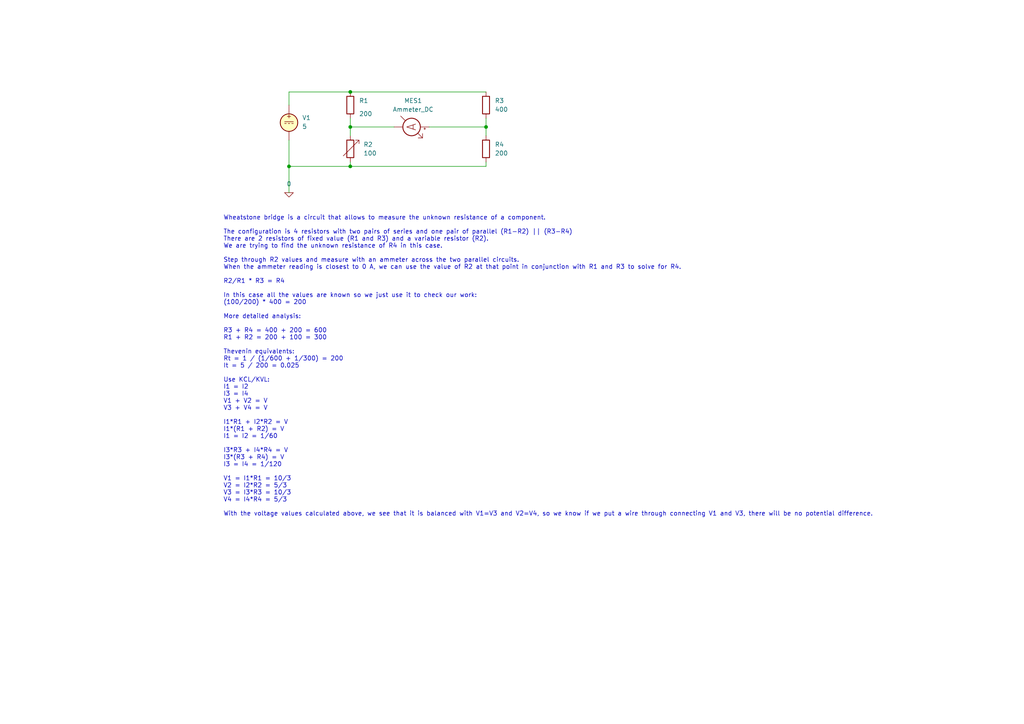
<source format=kicad_sch>
(kicad_sch (version 20230121) (generator eeschema)
  (paper "A4")
  (lib_symbols
    (symbol "Device:Ammeter_DC" (pin_numbers hide) (pin_names (offset 0.0254) hide)
      (property "Reference" "MES" (at -3.302 1.016 0))
      (property "Value" "Ammeter_DC" (at -3.302 -0.762 0))
      (symbol "Ammeter_DC_0_0"
        (polyline (pts (xy -3.175 -3.175) (xy -1.905 -1.905)))
        (polyline (pts (xy 1.905 1.905) (xy 3.175 3.175)))
        (polyline (pts (xy 1.905 3.175) (xy 3.175 3.175) (xy 3.175 1.905)))
        (text "A" (at 0 0 0) (effects (font (size 2.54 2.54))))
      )
      (symbol "Ammeter_DC_0_1"
        (polyline (pts (xy 0.254 3.81) (xy 0.762 3.81)))
        (polyline (pts (xy 0.508 4.064) (xy 0.508 3.556)))
        (circle (center 0 0) (radius 2.54) (stroke (width 0.254)))
      )
      (symbol "Ammeter_DC_1_1"
        (pin passive line (at 0 -5.08 90) (length 2.54) (name "-") (number "1"))
        (pin passive line (at 0 5.08 270) (length 2.54) (name "+") (number "2"))
      )
    )
    (symbol "Device:R" (pin_numbers hide) (pin_names (offset 0))
      (property "Reference" "R" (at 2.032 0 90))
      (property "Value" "R" (at 0 0 90))
      (symbol "R_0_1"
        (rectangle (start -1.016 -2.54) (end 1.016 2.54) (stroke (width 0.254)))
      )
      (symbol "R_1_1"
        (pin passive line (at 0 3.81 270) (length 1.27) (name "~") (number "1"))
        (pin passive line (at 0 -3.81 90) (length 1.27) (name "~") (number "2"))
      )
    )
    (symbol "Device:R_Variable" (pin_numbers hide) (pin_names (offset 0))
      (property "Reference" "R" (at 2.54 -2.54 90))
      (property "Value" "R_Variable" (at -2.54 -1.27 90))
      (symbol "R_Variable_0_1"
        (rectangle (start -1.016 -2.54) (end 1.016 2.54) (stroke (width 0.254)))
        (polyline (pts (xy 2.54 1.524) (xy 2.54 2.54) (xy 1.524 2.54) (xy 2.54 2.54) (xy -2.032 -2.032)))
      )
      (symbol "R_Variable_1_1"
        (pin passive line (at 0 3.81 270) (length 1.27) (name "~") (number "1"))
        (pin passive line (at 0 -3.81 90) (length 1.27) (name "~") (number "2"))
      )
    )
    (symbol "Simulation_SPICE:0" (power) (pin_names (offset 0))
      (property "Value" "0" (at 0 -1.778 0))
      (symbol "0_0_1"
        (polyline (pts (xy -1.27 0) (xy 0 -1.27) (xy 1.27 0) (xy -1.27 0)))
      )
      (symbol "0_1_1"
        (pin power_in line (at 0 0 0) (length 0) hide (name "0") (number "1"))
      )
    )
    (symbol "Simulation_SPICE:VDC" (pin_numbers hide) (pin_names (offset 0.0254))
      (property "Reference" "V" (at 2.54 2.54 0))
      (property "Value" "1" (at 2.54 0 0))
      (symbol "VDC_0_0"
        (polyline (pts (xy -1.27 0.254) (xy 1.27 0.254)))
        (polyline (pts (xy -0.762 -0.254) (xy -1.27 -0.254)))
        (polyline (pts (xy 0.254 -0.254) (xy -0.254 -0.254)))
        (polyline (pts (xy 1.27 -0.254) (xy 0.762 -0.254)))
        (text "+" (at 0 1.905 0) (effects (font (size 1.27 1.27))))
      )
      (symbol "VDC_0_1"
        (circle (center 0 0) (radius 2.54) (stroke (width 0.254)) (fill (type background)))
      )
      (symbol "VDC_1_1"
        (pin passive line (at 0 5.08 270) (length 2.54) (name "~") (number "1"))
        (pin passive line (at 0 -5.08 90) (length 2.54) (name "~") (number "2"))
      )
    )
  )
  (junction (at 83.82 48.26))
  (junction (at 101.6 36.83))
  (junction (at 140.97 36.83))
  (junction (at 101.6 48.26))
  (junction (at 101.6 26.67))
  (wire (pts (xy 101.6 34.29) (xy 101.6 36.83)))
  (wire (pts (xy 101.6 36.83) (xy 101.6 39.37)))
  (wire (pts (xy 83.82 48.26) (xy 101.6 48.26)))
  (wire (pts (xy 101.6 36.83) (xy 114.3 36.83)))
  (wire (pts (xy 83.82 30.48) (xy 83.82 26.67)))
  (wire (pts (xy 140.97 36.83) (xy 140.97 39.37)))
  (wire (pts (xy 83.82 48.26) (xy 83.82 55.88)))
  (wire (pts (xy 140.97 46.99) (xy 140.97 48.26)))
  (wire (pts (xy 101.6 46.99) (xy 101.6 48.26)))
  (wire (pts (xy 101.6 26.67) (xy 140.97 26.67)))
  (wire (pts (xy 124.46 36.83) (xy 140.97 36.83)))
  (wire (pts (xy 83.82 40.64) (xy 83.82 48.26)))
  (wire (pts (xy 140.97 34.29) (xy 140.97 36.83)))
  (wire (pts (xy 101.6 48.26) (xy 140.97 48.26)))
  (wire (pts (xy 83.82 26.67) (xy 101.6 26.67)))
  (text "Wheatstone bridge is a circuit that allows to measure the unknown resistance of a component.\n\nThe configuration is 4 resistors with two pairs of series and one pair of parallel (R1-R2) || (R3-R4)\nThere are 2 resistors of fixed value (R1 and R3) and a variable resistor (R2).\nWe are trying to find the unknown resistance of R4 in this case.\n\nStep through R2 values and measure with an ammeter across the two parallel circuits.\nWhen the ammeter reading is closest to 0 A, we can use the value of R2 at that point in conjunction with R1 and R3 to solve for R4.\n\nR2/R1 * R3 = R4\n\nIn this case all the values are known so we just use it to check our work:\n(100/200) * 400 = 200\n\nMore detailed analysis:\n\nR3 + R4 = 400 + 200 = 600\nR1 + R2 = 200 + 100 = 300\n\nThevenin equivalents:\nRt = 1 / (1/600 + 1/300) = 200\nIt = 5 / 200 = 0.025\n\nUse KCL/KVL:\nI1 = I2\nI3 = I4\nV1 + V2 = V\nV3 + V4 = V\n\nI1*R1 + I2*R2 = V\nI1*(R1 + R2) = V\nI1 = I2 = 1/60\n\nI3*R3 + I4*R4 = V\nI3*(R3 + R4) = V\nI3 = I4 = 1/120\n\nV1 = I1*R1 = 10/3\nV2 = I2*R2 = 5/3\nV3 = I3*R3 = 10/3\nV4 = I4*R4 = 5/3\n\nWith the voltage values calculated above, we see that it is balanced with V1=V3 and V2=V4, so we know if we put a wire through connecting V1 and V3, there will be no potential difference.\n" (at 64.77 149.86 0) (effects (font (size 1.27 1.27)) (justify left bottom)))
  (symbol (lib_id "Device:R") (at 101.6 30.48 0) (unit 1)
    (property "Reference" "R1" (at 104.14 29.21 0) (effects (justify left)))
    (property "Value" "200" (at 104.14 33.02 0) (effects (justify left)))
  )
  (symbol (lib_id "Device:R_Variable") (at 101.6 43.18 0) (unit 1)
    (property "Reference" "R2" (at 105.41 41.91 0) (effects (justify left)))
    (property "Value" "100" (at 105.41 44.45 0) (effects (justify left)))
  )
  (symbol (lib_id "Simulation_SPICE:0") (at 83.82 55.88 0) (unit 1)
    (property "Reference" "#GND01" (effects hide))
    (property "Value" "0" (at 83.82 53.34 0))
  )
  (symbol (lib_id "Simulation_SPICE:VDC") (at 83.82 35.56 0) (unit 1)
    (property "Reference" "V1" (at 87.63 34.1602 0) (effects (justify left)))
    (property "Value" "5" (at 87.63 36.7002 0) (effects (justify left)))
    (property "Sim.Pins" "1=+ 2=-" (effects hide))
    (property "Sim.Type" "DC" (effects hide))
    (property "Sim.Device" "V" (effects hide))
  )
  (symbol (lib_id "Device:R") (at 140.97 43.18 0) (unit 1)
    (property "Reference" "R4" (at 143.51 41.91 0) (effects (justify left)))
    (property "Value" "200" (at 143.51 44.45 0) (effects (justify left)))
  )
  (symbol (lib_id "Device:Ammeter_DC") (at 119.38 36.83 270) (unit 1)
    (property "Reference" "MES1" (at 119.8245 29.21 90))
    (property "Value" "Ammeter_DC" (at 119.8245 31.75 90))
  )
  (symbol (lib_id "Device:R") (at 140.97 30.48 0) (unit 1)
    (property "Reference" "R3" (at 143.51 29.21 0) (effects (justify left)))
    (property "Value" "400" (at 143.51 31.75 0) (effects (justify left)))
  )
)
</source>
